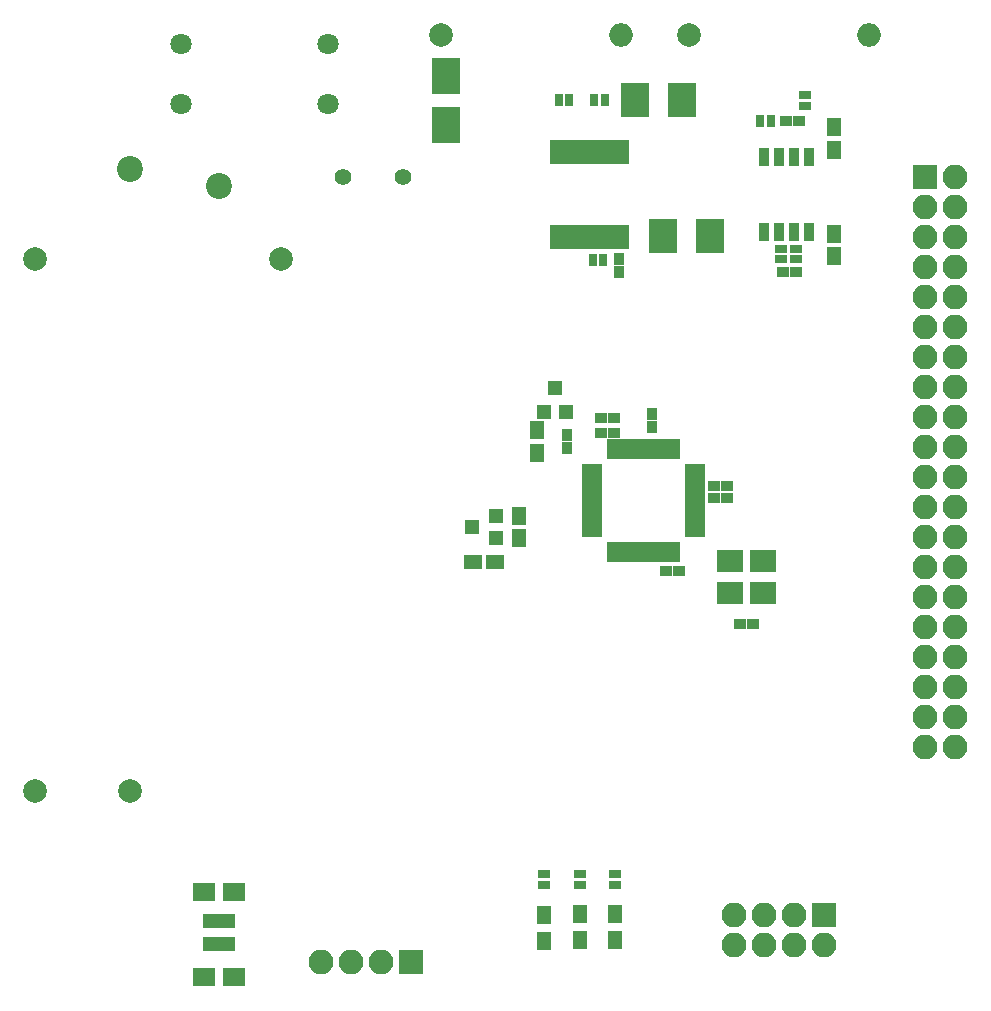
<source format=gbr>
G04 #@! TF.FileFunction,Soldermask,Top*
%FSLAX46Y46*%
G04 Gerber Fmt 4.6, Leading zero omitted, Abs format (unit mm)*
G04 Created by KiCad (PCBNEW 4.0.7) date Fri May 11 12:16:42 2018*
%MOMM*%
%LPD*%
G01*
G04 APERTURE LIST*
%ADD10C,0.100000*%
%ADD11C,2.200000*%
%ADD12R,2.200000X1.940000*%
%ADD13R,0.850000X2.150000*%
%ADD14R,1.150000X1.600000*%
%ADD15R,1.000000X0.900000*%
%ADD16R,2.400000X2.900000*%
%ADD17R,1.900000X1.650000*%
%ADD18R,0.900000X1.000000*%
%ADD19R,1.300000X1.600000*%
%ADD20R,2.430000X3.050000*%
%ADD21C,1.400000*%
%ADD22C,1.800000*%
%ADD23R,2.100000X2.100000*%
%ADD24O,2.100000X2.100000*%
%ADD25R,2.700000X1.250000*%
%ADD26R,1.000000X0.800000*%
%ADD27R,0.800000X1.000000*%
%ADD28R,0.908000X1.543000*%
%ADD29R,1.200000X1.300000*%
%ADD30R,1.700000X0.650000*%
%ADD31R,0.650000X1.700000*%
%ADD32C,2.000000*%
%ADD33O,2.000000X2.000000*%
%ADD34R,1.600000X1.150000*%
%ADD35R,1.300000X1.200000*%
G04 APERTURE END LIST*
D10*
D11*
X115750000Y-89250000D03*
X108250000Y-87850000D03*
D12*
X161820000Y-123730000D03*
X161820000Y-121050000D03*
X159020000Y-121050000D03*
X159020000Y-123730000D03*
D13*
X144155000Y-93610000D03*
X144805000Y-93610000D03*
X145455000Y-93610000D03*
X146105000Y-93610000D03*
X146755000Y-93610000D03*
X147405000Y-93610000D03*
X148055000Y-93610000D03*
X148705000Y-93610000D03*
X149355000Y-93610000D03*
X150005000Y-93610000D03*
X150005000Y-86410000D03*
X149355000Y-86410000D03*
X148705000Y-86410000D03*
X148055000Y-86410000D03*
X147405000Y-86410000D03*
X146755000Y-86410000D03*
X146105000Y-86410000D03*
X145455000Y-86410000D03*
X144805000Y-86410000D03*
X144155000Y-86410000D03*
D14*
X167830000Y-86210000D03*
X167830000Y-84310000D03*
D15*
X164880000Y-83760000D03*
X163780000Y-83760000D03*
D16*
X150954000Y-81944000D03*
X154954000Y-81944000D03*
D17*
X114500000Y-149000000D03*
X117000000Y-149000000D03*
D14*
X167830000Y-93310000D03*
X167830000Y-95210000D03*
D18*
X149580000Y-95460000D03*
X149580000Y-96560000D03*
D17*
X114500000Y-156250000D03*
X117000000Y-156250000D03*
D15*
X164630000Y-96510000D03*
X163530000Y-96510000D03*
D16*
X153330000Y-93510000D03*
X157330000Y-93510000D03*
D14*
X142670000Y-109940000D03*
X142670000Y-111840000D03*
D18*
X145170000Y-110340000D03*
X145170000Y-111440000D03*
D15*
X159870000Y-126390000D03*
X160970000Y-126390000D03*
X154720000Y-121890000D03*
X153620000Y-121890000D03*
D18*
X152420000Y-109690000D03*
X152420000Y-108590000D03*
D15*
X157620000Y-114640000D03*
X158720000Y-114640000D03*
X148120000Y-108890000D03*
X149220000Y-108890000D03*
X148120000Y-110140000D03*
X149220000Y-110140000D03*
X157620000Y-115640000D03*
X158720000Y-115640000D03*
D19*
X143300000Y-153200000D03*
X143300000Y-151000000D03*
X149300000Y-153100000D03*
X149300000Y-150900000D03*
X146300000Y-153100000D03*
X146300000Y-150900000D03*
D20*
X135000000Y-79910000D03*
X135000000Y-84090000D03*
D21*
X131290000Y-88500000D03*
X126210000Y-88500000D03*
D22*
X125000000Y-82290000D03*
X125000000Y-77210000D03*
X112500000Y-82290000D03*
X112500000Y-77210000D03*
D23*
X132000000Y-155000000D03*
D24*
X129460000Y-155000000D03*
X126920000Y-155000000D03*
X124380000Y-155000000D03*
D25*
X115750000Y-151525000D03*
X115750000Y-153475000D03*
D26*
X165330000Y-82460000D03*
X165330000Y-81560000D03*
D27*
X162450000Y-83750000D03*
X161550000Y-83750000D03*
X148404000Y-81944000D03*
X147504000Y-81944000D03*
X145404000Y-81944000D03*
X144504000Y-81944000D03*
X148280000Y-95510000D03*
X147380000Y-95510000D03*
D26*
X164580000Y-95460000D03*
X164580000Y-94560000D03*
X163330000Y-95460000D03*
X163330000Y-94560000D03*
X143300000Y-148450000D03*
X143300000Y-147550000D03*
X149300000Y-148450000D03*
X149300000Y-147550000D03*
X146300000Y-148450000D03*
X146300000Y-147550000D03*
D28*
X165735000Y-93185000D03*
X164465000Y-93185000D03*
X163195000Y-93185000D03*
X161925000Y-93185000D03*
X161925000Y-86835000D03*
X163195000Y-86835000D03*
X164465000Y-86835000D03*
X165735000Y-86835000D03*
D29*
X143220000Y-108390000D03*
X145120000Y-108390000D03*
X144170000Y-106390000D03*
D30*
X156020000Y-118640000D03*
X156020000Y-118140000D03*
X156020000Y-117640000D03*
X156020000Y-117140000D03*
X156020000Y-116640000D03*
X156020000Y-116140000D03*
X156020000Y-115640000D03*
X156020000Y-115140000D03*
X156020000Y-114640000D03*
X156020000Y-114140000D03*
X156020000Y-113640000D03*
X156020000Y-113140000D03*
D31*
X154420000Y-111540000D03*
X153920000Y-111540000D03*
X153420000Y-111540000D03*
X152920000Y-111540000D03*
X152420000Y-111540000D03*
X151920000Y-111540000D03*
X151420000Y-111540000D03*
X150920000Y-111540000D03*
X150420000Y-111540000D03*
X149920000Y-111540000D03*
X149420000Y-111540000D03*
X148920000Y-111540000D03*
D30*
X147320000Y-113140000D03*
X147320000Y-113640000D03*
X147320000Y-114140000D03*
X147320000Y-114640000D03*
X147320000Y-115140000D03*
X147320000Y-115640000D03*
X147320000Y-116140000D03*
X147320000Y-116640000D03*
X147320000Y-117140000D03*
X147320000Y-117640000D03*
X147320000Y-118140000D03*
X147320000Y-118640000D03*
D31*
X148920000Y-120240000D03*
X149420000Y-120240000D03*
X149920000Y-120240000D03*
X150420000Y-120240000D03*
X150920000Y-120240000D03*
X151420000Y-120240000D03*
X151920000Y-120240000D03*
X152420000Y-120240000D03*
X152920000Y-120240000D03*
X153420000Y-120240000D03*
X153920000Y-120240000D03*
X154420000Y-120240000D03*
D32*
X155500000Y-76500000D03*
D33*
X170740000Y-76500000D03*
D32*
X134500000Y-76500000D03*
D33*
X149740000Y-76500000D03*
D34*
X137220000Y-121140000D03*
X139120000Y-121140000D03*
D14*
X141170000Y-117190000D03*
X141170000Y-119090000D03*
D35*
X139170000Y-119090000D03*
X139170000Y-117190000D03*
X137170000Y-118140000D03*
D23*
X167000000Y-151000000D03*
D24*
X167000000Y-153540000D03*
X164460000Y-151000000D03*
X164460000Y-153540000D03*
X161920000Y-151000000D03*
X161920000Y-153540000D03*
X159380000Y-151000000D03*
X159380000Y-153540000D03*
D23*
X175500000Y-88500000D03*
D24*
X178040000Y-88500000D03*
X175500000Y-91040000D03*
X178040000Y-91040000D03*
X175500000Y-93580000D03*
X178040000Y-93580000D03*
X175500000Y-96120000D03*
X178040000Y-96120000D03*
X175500000Y-98660000D03*
X178040000Y-98660000D03*
X175500000Y-101200000D03*
X178040000Y-101200000D03*
X175500000Y-103740000D03*
X178040000Y-103740000D03*
X175500000Y-106280000D03*
X178040000Y-106280000D03*
X175500000Y-108820000D03*
X178040000Y-108820000D03*
X175500000Y-111360000D03*
X178040000Y-111360000D03*
X175500000Y-113900000D03*
X178040000Y-113900000D03*
X175500000Y-116440000D03*
X178040000Y-116440000D03*
X175500000Y-118980000D03*
X178040000Y-118980000D03*
X175500000Y-121520000D03*
X178040000Y-121520000D03*
X175500000Y-124060000D03*
X178040000Y-124060000D03*
X175500000Y-126600000D03*
X178040000Y-126600000D03*
X175500000Y-129140000D03*
X178040000Y-129140000D03*
X175500000Y-131680000D03*
X178040000Y-131680000D03*
X175500000Y-134220000D03*
X178040000Y-134220000D03*
X175500000Y-136760000D03*
X178040000Y-136760000D03*
D32*
X108200000Y-140450000D03*
X100200000Y-140450000D03*
X121000000Y-95450000D03*
X100200000Y-95450000D03*
M02*

</source>
